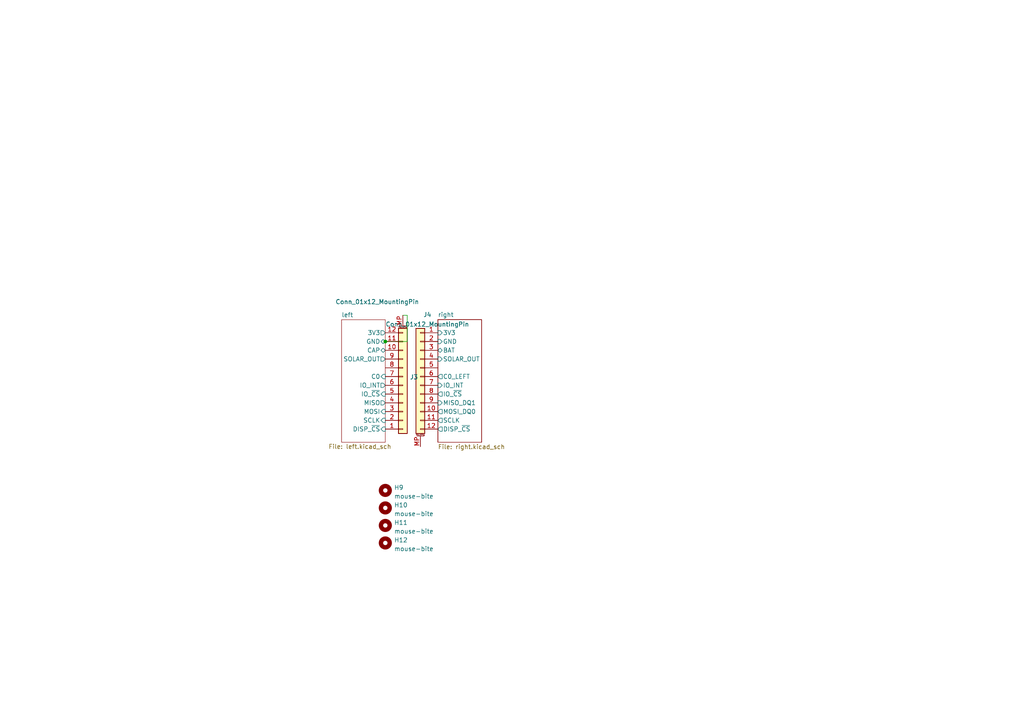
<source format=kicad_sch>
(kicad_sch (version 20211123) (generator eeschema)
  (paper "A4")
  (lib_symbols
    (symbol "Connector_Generic_MountingPin:Conn_01x12_MountingPin" (pin_names (offset 1.016) hide)
      (property "Reference" "J" (at 0 15.24 0))
      (property "Value" "Conn_01x12_MountingPin" (at 1.27 -17.78 0))
      (symbol "Conn_01x12_MountingPin_1_1"
        (rectangle (start -1.27 -15.113) (end 0 -15.367) (stroke (width 0.1524)))
        (rectangle (start -1.27 -12.573) (end 0 -12.827) (stroke (width 0.1524)))
        (rectangle (start -1.27 -10.033) (end 0 -10.287) (stroke (width 0.1524)))
        (rectangle (start -1.27 -7.493) (end 0 -7.747) (stroke (width 0.1524)))
        (rectangle (start -1.27 -4.953) (end 0 -5.207) (stroke (width 0.1524)))
        (rectangle (start -1.27 -2.413) (end 0 -2.667) (stroke (width 0.1524)))
        (rectangle (start -1.27 0.127) (end 0 -0.127) (stroke (width 0.1524)))
        (rectangle (start -1.27 2.667) (end 0 2.413) (stroke (width 0.1524)))
        (rectangle (start -1.27 5.207) (end 0 4.953) (stroke (width 0.1524)))
        (rectangle (start -1.27 7.747) (end 0 7.493) (stroke (width 0.1524)))
        (rectangle (start -1.27 10.287) (end 0 10.033) (stroke (width 0.1524)))
        (rectangle (start -1.27 12.827) (end 0 12.573) (stroke (width 0.1524)))
        (rectangle (start -1.27 13.97) (end 1.27 -16.51) (stroke (width 0.254)) (fill (type background)))
        (polyline (pts (xy -1.016 -17.272) (xy 1.016 -17.272)) (stroke (width 0.1524)))
        (text "Mounting" (at 0 -16.891 0) (effects (font (size 0.381 0.381))))
        (pin passive line (at -5.08 12.7 0) (length 3.81) (name "Pin_1") (number "1"))
        (pin passive line (at -5.08 -10.16 0) (length 3.81) (name "Pin_10") (number "10"))
        (pin passive line (at -5.08 -12.7 0) (length 3.81) (name "Pin_11") (number "11"))
        (pin passive line (at -5.08 -15.24 0) (length 3.81) (name "Pin_12") (number "12"))
        (pin passive line (at -5.08 10.16 0) (length 3.81) (name "Pin_2") (number "2"))
        (pin passive line (at -5.08 7.62 0) (length 3.81) (name "Pin_3") (number "3"))
        (pin passive line (at -5.08 5.08 0) (length 3.81) (name "Pin_4") (number "4"))
        (pin passive line (at -5.08 2.54 0) (length 3.81) (name "Pin_5") (number "5"))
        (pin passive line (at -5.08 0 0) (length 3.81) (name "Pin_6") (number "6"))
        (pin passive line (at -5.08 -2.54 0) (length 3.81) (name "Pin_7") (number "7"))
        (pin passive line (at -5.08 -5.08 0) (length 3.81) (name "Pin_8") (number "8"))
        (pin passive line (at -5.08 -7.62 0) (length 3.81) (name "Pin_9") (number "9"))
        (pin passive line (at 0 -20.32 90) (length 3.048) (name "MountPin") (number "MP"))
      )
    )
    (symbol "Mechanical:MountingHole" (pin_names (offset 1.016))
      (property "Reference" "H" (at 0 5.08 0))
      (property "Value" "MountingHole" (at 0 3.175 0))
      (symbol "MountingHole_0_1"
        (circle (center 0 0) (radius 1.27) (stroke (width 1.27)))
      )
    )
  )
  (junction (at 111.76 99.06))
  (wire (pts (xy 111.76 99.06) (xy 118.11 99.06)))
  (wire (pts (xy 118.11 91.44) (xy 118.11 99.06)))
  (wire (pts (xy 118.11 91.44) (xy 116.84 91.44)))
  (symbol (lib_id "Mechanical:MountingHole") (at 111.76 142.24 0) (unit 1) (in_bom no)
    (property "Reference" "H9" (at 114.3 141.4053 0) (effects (justify left)))
    (property "Value" "mouse-bite" (at 114.3 143.9422 0) (effects (justify left)))
    (property "Footprint" "Keebio-Parts:breakaway-mousebites" (effects hide))
  )
  (symbol (lib_id "Connector_Generic_MountingPin:Conn_01x12_MountingPin") (at 121.92 109.22 0) (mirror y) (unit 1) (in_bom no)
    (property "Reference" "J4" (at 123.952 91.2834 0))
    (property "Value" "Conn_01x12_MountingPin" (at 123.952 94.0585 0))
    (property "Footprint" "Connector_FFC-FPC:Hirose_FH12-12S-0.5SH_1x12-1MP_P0.50mm_Horizontal" (effects hide))
  )
  (symbol (lib_id "Mechanical:MountingHole") (at 111.76 157.48 0) (unit 1) (in_bom no)
    (property "Reference" "H12" (at 114.3 156.6453 0) (effects (justify left)))
    (property "Value" "mouse-bite" (at 114.3 159.1822 0) (effects (justify left)))
    (property "Footprint" "Keebio-Parts:breakaway-mousebites" (effects hide))
  )
  (symbol (lib_id "Mechanical:MountingHole") (at 111.76 147.32 0) (unit 1) (in_bom no)
    (property "Reference" "H10" (at 114.3 146.4853 0) (effects (justify left)))
    (property "Value" "mouse-bite" (at 114.3 149.0222 0) (effects (justify left)))
    (property "Footprint" "Keebio-Parts:breakaway-mousebites" (effects hide))
  )
  (symbol (lib_id "Connector_Generic_MountingPin:Conn_01x12_MountingPin") (at 116.84 111.76 0) (mirror x) (unit 1) (in_bom no)
    (property "Reference" "J3" (at 118.8721 109.3665 0) (effects (justify left)))
    (property "Value" "Conn_01x12_MountingPin" (at 97.2821 87.5414 0) (effects (justify left)))
    (property "Footprint" "Connector_FFC-FPC:Hirose_FH12-12S-0.5SH_1x12-1MP_P0.50mm_Horizontal" (effects hide))
  )
  (symbol (lib_id "Mechanical:MountingHole") (at 111.76 152.4 0) (unit 1) (in_bom no)
    (property "Reference" "H11" (at 114.3 151.5653 0) (effects (justify left)))
    (property "Value" "mouse-bite" (at 114.3 154.1022 0) (effects (justify left)))
    (property "Footprint" "Keebio-Parts:breakaway-mousebites" (effects hide))
  )
  (sheet (at 99.06 92.71) (size 12.7 35.56) (stroke (width 0.0006))
    (property "Sheet name" "left" (at 99.06 92.0743 0) (effects (justify left bottom)))
    (property "Sheet file" "left.kicad_sch" (at 95.25 128.7787 0) (effects (justify left top)))
    (pin "SOLAR_OUT" output (at 111.76 104.14 0))
    (pin "CAP" bidirectional (at 111.76 101.6 0))
    (pin "GND" bidirectional (at 111.76 99.06 0))
    (pin "MOSI" input (at 111.76 119.38 0))
    (pin "DISP_~{CS}" input (at 111.76 124.46 0))
    (pin "SCLK" input (at 111.76 121.92 0))
    (pin "IO_~{CS}" input (at 111.76 114.3 0))
    (pin "IO_INT" output (at 111.76 111.76 0))
    (pin "MISO" output (at 111.76 116.84 0))
    (pin "3V3" output (at 111.76 96.52 0))
    (pin "C0" input (at 111.76 109.22 0))
  )
  (sheet (at 127 92.71) (size 12.7 35.56) (stroke (width 0.1524))
    (property "Sheet name" "right" (at 127 91.9984 0) (effects (justify left bottom)))
    (property "Sheet file" "right.kicad_sch" (at 127 128.8546 0) (effects (justify left top)))
    (pin "MOSI_DQ0" output (at 127 119.38 180))
    (pin "MISO_DQ1" input (at 127 116.84 180))
    (pin "SCLK" output (at 127 121.92 180))
    (pin "DISP_~{CS}" output (at 127 124.46 180))
    (pin "BAT" bidirectional (at 127 101.6 180))
    (pin "GND" input (at 127 99.06 180))
    (pin "3V3" input (at 127 96.52 180))
    (pin "SOLAR_OUT" input (at 127 104.14 180))
    (pin "C0_LEFT" output (at 127 109.22 180))
    (pin "IO_~{CS}" output (at 127 114.3 180))
    (pin "IO_INT" input (at 127 111.76 180))
  )
)
</source>
